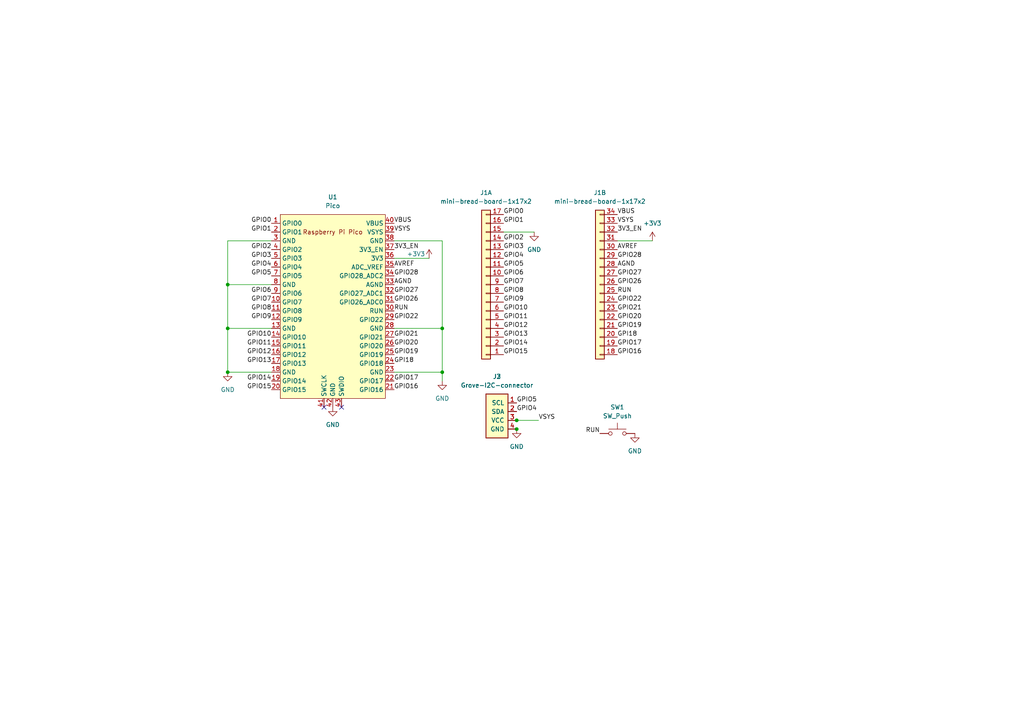
<source format=kicad_sch>
(kicad_sch (version 20230121) (generator eeschema)
  (paper "A4")
  (lib_symbols
    (symbol "MCU_RaspberryPi_and_Boards:Pico"
      (property "Reference" "U" (at -13.97 27.94 0))
      (property "Value" "Pico" (at 0 19.05 0))
      (symbol "Pico_0_0"
        (text "Raspberry Pi Pico" (at 0 21.59 0) (effects (font (size 1.27 1.27))))
      )
      (symbol "Pico_0_1"
        (rectangle (start -15.24 26.67) (end 15.24 -26.67) (fill (type background)))
      )
      (symbol "Pico_1_1"
        (pin bidirectional line (at -17.78 24.13 0) (length 2.54) (name "GPIO0") (number "1"))
        (pin bidirectional line (at -17.78 1.27 0) (length 2.54) (name "GPIO7") (number "10"))
        (pin bidirectional line (at -17.78 -1.27 0) (length 2.54) (name "GPIO8") (number "11"))
        (pin bidirectional line (at -17.78 -3.81 0) (length 2.54) (name "GPIO9") (number "12"))
        (pin power_in line (at -17.78 -6.35 0) (length 2.54) (name "GND") (number "13"))
        (pin bidirectional line (at -17.78 -8.89 0) (length 2.54) (name "GPIO10") (number "14"))
        (pin bidirectional line (at -17.78 -11.43 0) (length 2.54) (name "GPIO11") (number "15"))
        (pin bidirectional line (at -17.78 -13.97 0) (length 2.54) (name "GPIO12") (number "16"))
        (pin bidirectional line (at -17.78 -16.51 0) (length 2.54) (name "GPIO13") (number "17"))
        (pin power_in line (at -17.78 -19.05 0) (length 2.54) (name "GND") (number "18"))
        (pin bidirectional line (at -17.78 -21.59 0) (length 2.54) (name "GPIO14") (number "19"))
        (pin bidirectional line (at -17.78 21.59 0) (length 2.54) (name "GPIO1") (number "2"))
        (pin bidirectional line (at -17.78 -24.13 0) (length 2.54) (name "GPIO15") (number "20"))
        (pin bidirectional line (at 17.78 -24.13 180) (length 2.54) (name "GPIO16") (number "21"))
        (pin bidirectional line (at 17.78 -21.59 180) (length 2.54) (name "GPIO17") (number "22"))
        (pin power_in line (at 17.78 -19.05 180) (length 2.54) (name "GND") (number "23"))
        (pin bidirectional line (at 17.78 -16.51 180) (length 2.54) (name "GPIO18") (number "24"))
        (pin bidirectional line (at 17.78 -13.97 180) (length 2.54) (name "GPIO19") (number "25"))
        (pin bidirectional line (at 17.78 -11.43 180) (length 2.54) (name "GPIO20") (number "26"))
        (pin bidirectional line (at 17.78 -8.89 180) (length 2.54) (name "GPIO21") (number "27"))
        (pin power_in line (at 17.78 -6.35 180) (length 2.54) (name "GND") (number "28"))
        (pin bidirectional line (at 17.78 -3.81 180) (length 2.54) (name "GPIO22") (number "29"))
        (pin power_in line (at -17.78 19.05 0) (length 2.54) (name "GND") (number "3"))
        (pin input line (at 17.78 -1.27 180) (length 2.54) (name "RUN") (number "30"))
        (pin bidirectional line (at 17.78 1.27 180) (length 2.54) (name "GPIO26_ADC0") (number "31"))
        (pin bidirectional line (at 17.78 3.81 180) (length 2.54) (name "GPIO27_ADC1") (number "32"))
        (pin power_in line (at 17.78 6.35 180) (length 2.54) (name "AGND") (number "33"))
        (pin bidirectional line (at 17.78 8.89 180) (length 2.54) (name "GPIO28_ADC2") (number "34"))
        (pin power_in line (at 17.78 11.43 180) (length 2.54) (name "ADC_VREF") (number "35"))
        (pin power_in line (at 17.78 13.97 180) (length 2.54) (name "3V3") (number "36"))
        (pin input line (at 17.78 16.51 180) (length 2.54) (name "3V3_EN") (number "37"))
        (pin bidirectional line (at 17.78 19.05 180) (length 2.54) (name "GND") (number "38"))
        (pin power_in line (at 17.78 21.59 180) (length 2.54) (name "VSYS") (number "39"))
        (pin bidirectional line (at -17.78 16.51 0) (length 2.54) (name "GPIO2") (number "4"))
        (pin power_in line (at 17.78 24.13 180) (length 2.54) (name "VBUS") (number "40"))
        (pin input line (at -2.54 -29.21 90) (length 2.54) (name "SWCLK") (number "41"))
        (pin power_in line (at 0 -29.21 90) (length 2.54) (name "GND") (number "42"))
        (pin bidirectional line (at 2.54 -29.21 90) (length 2.54) (name "SWDIO") (number "43"))
        (pin bidirectional line (at -17.78 13.97 0) (length 2.54) (name "GPIO3") (number "5"))
        (pin bidirectional line (at -17.78 11.43 0) (length 2.54) (name "GPIO4") (number "6"))
        (pin bidirectional line (at -17.78 8.89 0) (length 2.54) (name "GPIO5") (number "7"))
        (pin power_in line (at -17.78 6.35 0) (length 2.54) (name "GND") (number "8"))
        (pin bidirectional line (at -17.78 3.81 0) (length 2.54) (name "GPIO6") (number "9"))
      )
    )
    (symbol "Switch:SW_Push" (pin_numbers hide) (pin_names (offset 1.016) hide)
      (property "Reference" "SW" (at 1.27 2.54 0))
      (property "Value" "SW_Push" (at 0 -1.524 0))
      (symbol "SW_Push_0_1"
        (circle (center -2.032 0) (radius 0.508))
        (polyline (pts (xy 0 1.27) (xy 0 3.048)))
        (polyline (pts (xy 2.54 1.27) (xy -2.54 1.27)))
        (circle (center 2.032 0) (radius 0.508))
        (pin passive line (at -5.08 0 0) (length 2.54) (name "1") (number "1"))
        (pin passive line (at 5.08 0 180) (length 2.54) (name "2") (number "2"))
      )
    )
    (symbol "asukiaaa-kicad-symbols:Grove-I2C-connector" (pin_names (offset 1.016))
      (property "Reference" "J" (at 1.27 -7.62 0))
      (property "Value" "Grove-I2C-connector" (at 1.27 7.62 0))
      (symbol "Grove-I2C-connector_0_1"
        (rectangle (start -2.54 6.35) (end 3.81 -6.35) (stroke (width 0.254)) (fill (type background)))
      )
      (symbol "Grove-I2C-connector_1_1"
        (pin input line (at 6.35 3.81 180) (length 2.54) (name "SCL") (number "1"))
        (pin input line (at 6.35 1.27 180) (length 2.54) (name "SDA") (number "2"))
        (pin power_in line (at 6.35 -1.27 180) (length 2.54) (name "VCC") (number "3"))
        (pin power_in line (at 6.35 -3.81 180) (length 2.54) (name "GND") (number "4"))
      )
    )
    (symbol "asukiaaa-kicad-symbols:mini-bread-board-1x17x2" (pin_names hide)
      (property "Reference" "J" (at 0 26.67 0))
      (property "Value" "mini-bread-board-1x17x2" (at 0 24.13 0))
      (symbol "mini-bread-board-1x17x2_1_1"
        (rectangle (start -1.27 -20.193) (end 0 -20.447) (stroke (width 0.1524)))
        (rectangle (start -1.27 -17.653) (end 0 -17.907) (stroke (width 0.1524)))
        (rectangle (start -1.27 -15.113) (end 0 -15.367) (stroke (width 0.1524)))
        (rectangle (start -1.27 -12.573) (end 0 -12.827) (stroke (width 0.1524)))
        (rectangle (start -1.27 -10.033) (end 0 -10.287) (stroke (width 0.1524)))
        (rectangle (start -1.27 -7.493) (end 0 -7.747) (stroke (width 0.1524)))
        (rectangle (start -1.27 -4.953) (end 0 -5.207) (stroke (width 0.1524)))
        (rectangle (start -1.27 -2.413) (end 0 -2.667) (stroke (width 0.1524)))
        (rectangle (start -1.27 0.127) (end 0 -0.127) (stroke (width 0.1524)))
        (rectangle (start -1.27 2.667) (end 0 2.413) (stroke (width 0.1524)))
        (rectangle (start -1.27 5.207) (end 0 4.953) (stroke (width 0.1524)))
        (rectangle (start -1.27 7.747) (end 0 7.493) (stroke (width 0.1524)))
        (rectangle (start -1.27 10.287) (end 0 10.033) (stroke (width 0.1524)))
        (rectangle (start -1.27 12.827) (end 0 12.573) (stroke (width 0.1524)))
        (rectangle (start -1.27 15.367) (end 0 15.113) (stroke (width 0.1524)))
        (rectangle (start -1.27 17.907) (end 0 17.653) (stroke (width 0.1524)))
        (rectangle (start -1.27 20.447) (end 0 20.193) (stroke (width 0.1524)))
        (rectangle (start -1.27 21.59) (end 1.27 -21.59) (stroke (width 0.254)) (fill (type background)))
        (pin passive line (at -5.08 20.32 0) (length 3.81) (name "Pin_18") (number "1"))
        (pin passive line (at -5.08 -2.54 0) (length 3.81) (name "Pin_27") (number "10"))
        (pin passive line (at -5.08 -5.08 0) (length 3.81) (name "Pin_28") (number "11"))
        (pin passive line (at -5.08 -7.62 0) (length 3.81) (name "Pin_29") (number "12"))
        (pin passive line (at -5.08 -10.16 0) (length 3.81) (name "Pin_30") (number "13"))
        (pin passive line (at -5.08 -12.7 0) (length 3.81) (name "Pin_31") (number "14"))
        (pin passive line (at -5.08 -15.24 0) (length 3.81) (name "Pin_32") (number "15"))
        (pin passive line (at -5.08 -17.78 0) (length 3.81) (name "Pin_33") (number "16"))
        (pin passive line (at -5.08 -20.32 0) (length 3.81) (name "Pin_34") (number "17"))
        (pin passive line (at -5.08 17.78 0) (length 3.81) (name "Pin_19") (number "2"))
        (pin passive line (at -5.08 15.24 0) (length 3.81) (name "Pin_20") (number "3"))
        (pin passive line (at -5.08 12.7 0) (length 3.81) (name "Pin_21") (number "4"))
        (pin passive line (at -5.08 10.16 0) (length 3.81) (name "Pin_22") (number "5"))
        (pin passive line (at -5.08 7.62 0) (length 3.81) (name "Pin_23") (number "6"))
        (pin passive line (at -5.08 5.08 0) (length 3.81) (name "Pin_24") (number "7"))
        (pin passive line (at -5.08 2.54 0) (length 3.81) (name "Pin_25") (number "8"))
        (pin passive line (at -5.08 0 0) (length 3.81) (name "Pin_26") (number "9"))
      )
      (symbol "mini-bread-board-1x17x2_2_1"
        (rectangle (start 0 -20.193) (end -1.27 -20.447) (stroke (width 0.1524)))
        (rectangle (start 0 -17.653) (end -1.27 -17.907) (stroke (width 0.1524)))
        (rectangle (start 0 -15.113) (end -1.27 -15.367) (stroke (width 0.1524)))
        (rectangle (start 0 -12.573) (end -1.27 -12.827) (stroke (width 0.1524)))
        (rectangle (start 0 -10.033) (end -1.27 -10.287) (stroke (width 0.1524)))
        (rectangle (start 0 -7.493) (end -1.27 -7.747) (stroke (width 0.1524)))
        (rectangle (start 0 -4.953) (end -1.27 -5.207) (stroke (width 0.1524)))
        (rectangle (start 0 -2.413) (end -1.27 -2.667) (stroke (width 0.1524)))
        (rectangle (start 0 0.127) (end -1.27 -0.127) (stroke (width 0.1524)))
        (rectangle (start 0 2.667) (end -1.27 2.413) (stroke (width 0.1524)))
        (rectangle (start 0 5.207) (end -1.27 4.953) (stroke (width 0.1524)))
        (rectangle (start 0 7.747) (end -1.27 7.493) (stroke (width 0.1524)))
        (rectangle (start 0 10.287) (end -1.27 10.033) (stroke (width 0.1524)))
        (rectangle (start 0 12.827) (end -1.27 12.573) (stroke (width 0.1524)))
        (rectangle (start 0 15.367) (end -1.27 15.113) (stroke (width 0.1524)))
        (rectangle (start 0 17.907) (end -1.27 17.653) (stroke (width 0.1524)))
        (rectangle (start 0 20.447) (end -1.27 20.193) (stroke (width 0.1524)))
        (rectangle (start 1.27 21.59) (end -1.27 -21.59) (stroke (width 0.254)) (fill (type background)))
        (pin passive line (at -5.08 -20.32 0) (length 3.81) (name "Pin_18") (number "18"))
        (pin passive line (at -5.08 -17.78 0) (length 3.81) (name "Pin_19") (number "19"))
        (pin passive line (at -5.08 -15.24 0) (length 3.81) (name "Pin_20") (number "20"))
        (pin passive line (at -5.08 -12.7 0) (length 3.81) (name "Pin_21") (number "21"))
        (pin passive line (at -5.08 -10.16 0) (length 3.81) (name "Pin_22") (number "22"))
        (pin passive line (at -5.08 -7.62 0) (length 3.81) (name "Pin_23") (number "23"))
        (pin passive line (at -5.08 -5.08 0) (length 3.81) (name "Pin_24") (number "24"))
        (pin passive line (at -5.08 -2.54 0) (length 3.81) (name "Pin_25") (number "25"))
        (pin passive line (at -5.08 0 0) (length 3.81) (name "Pin_26") (number "26"))
        (pin passive line (at -5.08 2.54 0) (length 3.81) (name "Pin_27") (number "27"))
        (pin passive line (at -5.08 5.08 0) (length 3.81) (name "Pin_28") (number "28"))
        (pin passive line (at -5.08 7.62 0) (length 3.81) (name "Pin_29") (number "29"))
        (pin passive line (at -5.08 10.16 0) (length 3.81) (name "Pin_30") (number "30"))
        (pin passive line (at -5.08 12.7 0) (length 3.81) (name "Pin_31") (number "31"))
        (pin passive line (at -5.08 15.24 0) (length 3.81) (name "Pin_32") (number "32"))
        (pin passive line (at -5.08 17.78 0) (length 3.81) (name "Pin_33") (number "33"))
        (pin passive line (at -5.08 20.32 0) (length 3.81) (name "Pin_34") (number "34"))
      )
    )
    (symbol "power:+3V3" (power) (pin_names (offset 0))
      (property "Value" "+3V3" (at 0 3.556 0))
      (symbol "+3V3_0_1"
        (polyline (pts (xy -0.762 1.27) (xy 0 2.54)))
        (polyline (pts (xy 0 0) (xy 0 2.54)))
        (polyline (pts (xy 0 2.54) (xy 0.762 1.27)))
      )
      (symbol "+3V3_1_1"
        (pin power_in line (at 0 0 90) (length 0) hide (name "+3V3") (number "1"))
      )
    )
    (symbol "power:GND" (power) (pin_names (offset 0))
      (property "Value" "GND" (at 0 -3.81 0))
      (symbol "GND_0_1"
        (polyline (pts (xy 0 0) (xy 0 -1.27) (xy 1.27 -1.27) (xy 0 -2.54) (xy -1.27 -1.27) (xy 0 -1.27)))
      )
      (symbol "GND_1_1"
        (pin power_in line (at 0 0 270) (length 0) hide (name "GND") (number "1"))
      )
    )
  )
  (junction (at 149.86 121.92))
  (junction (at 128.27 107.95))
  (junction (at 149.86 124.46))
  (junction (at 128.27 95.25))
  (junction (at 66.04 107.95))
  (junction (at 66.04 82.55))
  (junction (at 66.04 95.25))
  (no_connect (at 93.98 118.11))
  (no_connect (at 99.06 118.11))
  (wire (pts (xy 66.04 82.55) (xy 78.74 82.55)))
  (wire (pts (xy 66.04 95.25) (xy 66.04 82.55)))
  (wire (pts (xy 114.3 95.25) (xy 128.27 95.25)))
  (wire (pts (xy 146.05 67.31) (xy 154.94 67.31)))
  (wire (pts (xy 149.86 121.92) (xy 156.21 121.92)))
  (wire (pts (xy 66.04 107.95) (xy 66.04 95.25)))
  (wire (pts (xy 128.27 69.85) (xy 128.27 95.25)))
  (wire (pts (xy 114.3 74.93) (xy 124.46 74.93)))
  (wire (pts (xy 179.07 69.85) (xy 189.23 69.85)))
  (wire (pts (xy 66.04 107.95) (xy 78.74 107.95)))
  (wire (pts (xy 114.3 69.85) (xy 128.27 69.85)))
  (wire (pts (xy 128.27 107.95) (xy 128.27 110.49)))
  (wire (pts (xy 114.3 107.95) (xy 128.27 107.95)))
  (wire (pts (xy 66.04 69.85) (xy 78.74 69.85)))
  (wire (pts (xy 66.04 95.25) (xy 78.74 95.25)))
  (wire (pts (xy 66.04 82.55) (xy 66.04 69.85)))
  (wire (pts (xy 128.27 95.25) (xy 128.27 107.95)))
  (label "GPIO13" (at 78.74 105.41 180))
  (label "GPIO26" (at 114.3 87.63 0))
  (label "GPIO27" (at 179.07 80.01 0))
  (label "GPIO13" (at 146.05 97.79 0))
  (label "GPI18" (at 179.07 97.79 0))
  (label "GPIO12" (at 146.05 95.25 0))
  (label "GPIO6" (at 78.74 85.09 180))
  (label "GPIO22" (at 114.3 92.71 0))
  (label "GPIO11" (at 146.05 92.71 0))
  (label "RUN" (at 173.99 125.73 180))
  (label "GPIO20" (at 179.07 92.71 0))
  (label "GPIO21" (at 114.3 97.79 0))
  (label "AVREF" (at 179.07 72.39 0))
  (label "GPIO19" (at 179.07 95.25 0))
  (label "GPIO10" (at 146.05 90.17 0))
  (label "GPIO19" (at 114.3 102.87 0))
  (label "GPIO14" (at 146.05 100.33 0))
  (label "GPIO11" (at 78.74 100.33 180))
  (label "GPIO17" (at 179.07 100.33 0))
  (label "GPIO6" (at 146.05 80.01 0))
  (label "GPIO8" (at 146.05 85.09 0))
  (label "AGND" (at 179.07 77.47 0))
  (label "GPIO28" (at 114.3 80.01 0))
  (label "GPIO22" (at 179.07 87.63 0))
  (label "GPIO9" (at 146.05 87.63 0))
  (label "3V3_EN" (at 179.07 67.31 0))
  (label "GPIO20" (at 114.3 100.33 0))
  (label "GPIO7" (at 146.05 82.55 0))
  (label "GPIO4" (at 78.74 77.47 180))
  (label "GPIO0" (at 78.74 64.77 180))
  (label "GPIO3" (at 146.05 72.39 0))
  (label "GPIO8" (at 78.74 90.17 180))
  (label "VBUS" (at 114.3 64.77 0))
  (label "GPIO10" (at 78.74 97.79 180))
  (label "GPIO2" (at 146.05 69.85 0))
  (label "RUN" (at 114.3 90.17 0))
  (label "GPIO1" (at 78.74 67.31 180))
  (label "GPIO15" (at 78.74 113.03 180))
  (label "GPIO3" (at 78.74 74.93 180))
  (label "GPIO27" (at 114.3 85.09 0))
  (label "GPIO16" (at 114.3 113.03 0))
  (label "GPIO17" (at 114.3 110.49 0))
  (label "GPIO9" (at 78.74 92.71 180))
  (label "GPIO7" (at 78.74 87.63 180))
  (label "GPIO15" (at 146.05 102.87 0))
  (label "3V3_EN" (at 114.3 72.39 0))
  (label "GPIO16" (at 179.07 102.87 0))
  (label "RUN" (at 179.07 85.09 0))
  (label "GPIO14" (at 78.74 110.49 180))
  (label "GPIO4" (at 146.05 74.93 0))
  (label "GPIO21" (at 179.07 90.17 0))
  (label "GPIO26" (at 179.07 82.55 0))
  (label "VBUS" (at 179.07 62.23 0))
  (label "GPI18" (at 114.3 105.41 0))
  (label "VSYS" (at 179.07 64.77 0))
  (label "VSYS" (at 114.3 67.31 0))
  (label "GPIO28" (at 179.07 74.93 0))
  (label "GPIO5" (at 146.05 77.47 0))
  (label "GPIO0" (at 146.05 62.23 0))
  (label "GPIO5" (at 149.86 116.84 0))
  (label "GPIO5" (at 78.74 80.01 180))
  (label "GPIO1" (at 146.05 64.77 0))
  (label "AGND" (at 114.3 82.55 0))
  (label "GPIO12" (at 78.74 102.87 180))
  (label "GPIO4" (at 149.86 119.38 0))
  (label "GPIO2" (at 78.74 72.39 180))
  (label "AVREF" (at 114.3 77.47 0))
  (label "VSYS" (at 156.21 121.92 0))
  (symbol (lib_id "power:GND") (at 96.52 118.11 0) (unit 1)
    (property "Reference" "#PWR0102" (effects hide))
    (property "Value" "GND" (at 96.52 123.19 0))
  )
  (symbol (lib_id "power:GND") (at 149.86 124.46 0) (unit 1)
    (property "Reference" "#PWR0105" (effects hide))
    (property "Value" "GND" (at 149.86 129.54 0))
  )
  (symbol (lib_id "power:+3V3") (at 124.46 74.93 0) (unit 1)
    (property "Reference" "#PWR0107" (effects hide))
    (property "Value" "+3V3" (at 120.65 73.66 0))
  )
  (symbol (lib_id "power:GND") (at 66.04 107.95 0) (unit 1)
    (property "Reference" "#PWR0101" (effects hide))
    (property "Value" "GND" (at 66.04 113.03 0))
  )
  (symbol (lib_id "asukiaaa-kicad-symbols:Grove-I2C-connector") (at 143.51 120.65 0) (unit 1)
    (property "Reference" "J2" (at 144.145 109.22 0))
    (property "Value" "Grove-I2C-connector" (at 144.145 111.76 0))
    (property "Footprint" "Connector:NS-Tech_Grove_1x04_P2mm_Vertical" (effects hide))
  )
  (symbol (lib_id "asukiaaa-kicad-symbols:mini-bread-board-1x17x2") (at 140.97 82.55 180) (unit 1)
    (property "Reference" "J1" (at 140.97 55.88 0))
    (property "Value" "mini-bread-board-1x17x2" (at 140.97 58.42 0))
    (property "Footprint" "asukiaaa-kicad-footprints:mini-bread-board-1x17x2" (effects hide))
  )
  (symbol (lib_id "Switch:SW_Push") (at 179.07 125.73 0) (unit 1)
    (property "Reference" "SW1" (at 179.07 118.11 0))
    (property "Value" "SW_Push" (at 179.07 120.65 0))
    (property "Footprint" "Button_Switch_THT:SW_PUSH_6mm" (effects hide))
  )
  (symbol (lib_id "power:GND") (at 128.27 110.49 0) (unit 1)
    (property "Reference" "#PWR0106" (effects hide))
    (property "Value" "GND" (at 128.27 115.57 0))
  )
  (symbol (lib_id "power:GND") (at 184.15 125.73 0) (unit 1)
    (property "Reference" "#PWR0108" (effects hide))
    (property "Value" "GND" (at 184.15 130.81 0))
  )
  (symbol (lib_id "asukiaaa-kicad-symbols:Grove-I2C-connector") (at 143.51 120.65 0) (unit 1)
    (property "Reference" "J3" (at 144.145 109.22 0))
    (property "Value" "Grove-I2C-connector" (at 144.145 111.76 0))
    (property "Footprint" "Connector:NS-Tech_Grove_1x04_P2mm_Vertical" (effects hide))
  )
  (symbol (lib_id "asukiaaa-kicad-symbols:mini-bread-board-1x17x2") (at 173.99 82.55 0) (mirror y) (unit 2)
    (property "Reference" "J1" (at 173.99 55.88 0))
    (property "Value" "mini-bread-board-1x17x2" (at 173.99 58.42 0))
    (property "Footprint" "asukiaaa-kicad-footprints:mini-bread-board-1x17x2" (effects hide))
  )
  (symbol (lib_id "power:+3V3") (at 189.23 69.85 0) (unit 1)
    (property "Reference" "#PWR0104" (effects hide))
    (property "Value" "+3V3" (at 189.23 64.77 0))
  )
  (symbol (lib_id "MCU_RaspberryPi_and_Boards:Pico") (at 96.52 88.9 0) (unit 1)
    (property "Reference" "U1" (at 96.52 57.15 0))
    (property "Value" "Pico" (at 96.52 59.69 0))
    (property "Footprint" "asukiaaa-kicad-footprints:RPi_Pico_TH" (effects hide))
  )
  (symbol (lib_id "power:GND") (at 154.94 67.31 0) (unit 1)
    (property "Reference" "#PWR0103" (effects hide))
    (property "Value" "GND" (at 154.94 72.39 0))
  )
)
</source>
